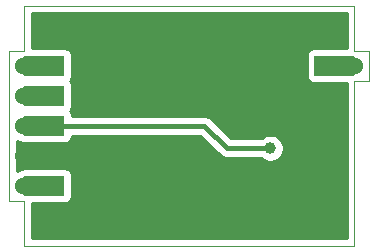
<source format=gbr>
%TF.GenerationSoftware,KiCad,Pcbnew,(5.1.9)-1*%
%TF.CreationDate,2021-05-26T17:20:17+02:00*%
%TF.ProjectId,10_Audio_Facile,31305f41-7564-4696-9f5f-466163696c65,rev?*%
%TF.SameCoordinates,Original*%
%TF.FileFunction,Copper,L2,Bot*%
%TF.FilePolarity,Positive*%
%FSLAX46Y46*%
G04 Gerber Fmt 4.6, Leading zero omitted, Abs format (unit mm)*
G04 Created by KiCad (PCBNEW (5.1.9)-1) date 2021-05-26 17:20:17*
%MOMM*%
%LPD*%
G01*
G04 APERTURE LIST*
%TA.AperFunction,Profile*%
%ADD10C,0.050000*%
%TD*%
%TA.AperFunction,SMDPad,CuDef*%
%ADD11R,2.524000X1.700000*%
%TD*%
%TA.AperFunction,ComponentPad*%
%ADD12C,1.524000*%
%TD*%
%TA.AperFunction,ComponentPad*%
%ADD13R,1.700000X1.700000*%
%TD*%
%TA.AperFunction,ViaPad*%
%ADD14C,1.000000*%
%TD*%
%TA.AperFunction,Conductor*%
%ADD15C,0.400000*%
%TD*%
%TA.AperFunction,Conductor*%
%ADD16C,0.254000*%
%TD*%
%TA.AperFunction,Conductor*%
%ADD17C,0.100000*%
%TD*%
G04 APERTURE END LIST*
D10*
X130810000Y-67310000D02*
X129540000Y-67310000D01*
X130810000Y-64770000D02*
X130810000Y-67310000D01*
X129540000Y-64770000D02*
X130810000Y-64770000D01*
X129540000Y-60960000D02*
X129540000Y-64770000D01*
X129540000Y-67310000D02*
X129540000Y-81280000D01*
X101600000Y-60960000D02*
X129540000Y-60960000D01*
X101600000Y-77470000D02*
X101600000Y-81280000D01*
X100330000Y-77470000D02*
X101600000Y-77470000D01*
X101600000Y-60960000D02*
X101600000Y-64770000D01*
X101600000Y-64770000D02*
X100330000Y-64770000D01*
X129540000Y-81280000D02*
X101600000Y-81280000D01*
X100330000Y-77470000D02*
X100330000Y-64770000D01*
D11*
%TO.P,J1,1*%
%TO.N,5V*%
X102870000Y-68580000D03*
D12*
X101600000Y-68580000D03*
D13*
X104140000Y-68580000D03*
%TD*%
%TO.P,J2,1*%
%TO.N,SD*%
X104140000Y-71120000D03*
D12*
X101600000Y-71120000D03*
D11*
X102870000Y-71120000D03*
%TD*%
D13*
%TO.P,J3,1*%
%TO.N,GND*%
X104140000Y-73660000D03*
D12*
X101600000Y-73660000D03*
D11*
X102870000Y-73660000D03*
%TD*%
%TO.P,J4,1*%
%TO.N,IN*%
X128270000Y-66040000D03*
D12*
X129540000Y-66040000D03*
D13*
X127000000Y-66040000D03*
%TD*%
%TO.P,J5,1*%
%TO.N,OUT_P*%
X104140000Y-66040000D03*
D12*
X101600000Y-66040000D03*
D11*
X102870000Y-66040000D03*
%TD*%
%TO.P,J6,1*%
%TO.N,OUT_N*%
X102870000Y-76200000D03*
D12*
X101600000Y-76200000D03*
D13*
X104140000Y-76200000D03*
%TD*%
D14*
%TO.N,GND*%
X128270000Y-78740000D03*
X110490000Y-73660000D03*
X113030000Y-73660000D03*
X114935000Y-73787000D03*
X107950000Y-74930000D03*
X105410000Y-78740000D03*
X102870000Y-78740000D03*
X110490000Y-78740000D03*
X113030000Y-78740000D03*
X115570000Y-78740000D03*
X118110000Y-78740000D03*
X120650000Y-78740000D03*
X123190000Y-78740000D03*
X125730000Y-78740000D03*
X116840000Y-76200000D03*
X118110000Y-74930000D03*
X120269000Y-74930000D03*
X120650000Y-69850000D03*
X121920000Y-69850000D03*
X121920000Y-71120000D03*
X120650000Y-71120000D03*
X110490000Y-67818000D03*
X112395000Y-67818000D03*
X114935000Y-67945000D03*
X128270000Y-76200000D03*
X128270000Y-73660000D03*
X128270000Y-71120000D03*
X128270000Y-68580000D03*
X128270000Y-63500000D03*
X125730000Y-63500000D03*
X123190000Y-63500000D03*
X120650000Y-63500000D03*
X118110000Y-63500000D03*
X115570000Y-63500000D03*
X113030000Y-63500000D03*
X110490000Y-63500000D03*
X105410000Y-63500000D03*
X102870000Y-63500000D03*
X116840000Y-66040000D03*
X118110000Y-67310000D03*
X120650000Y-67310000D03*
X119380000Y-64770000D03*
X119380000Y-77470000D03*
X125730000Y-76200000D03*
X125603000Y-74041000D03*
X107950000Y-67691000D03*
%TO.N,SD*%
X122428000Y-73025000D03*
%TD*%
D15*
%TO.N,GND*%
X102870000Y-73660000D02*
X104140000Y-73660000D01*
X102870000Y-78740000D02*
X128270000Y-78740000D01*
X128270000Y-78740000D02*
X128270000Y-68580000D01*
X125730000Y-76200000D02*
X125730000Y-78740000D01*
X120650000Y-74930000D02*
X120650000Y-78740000D01*
X116840000Y-76200000D02*
X118110000Y-74930000D01*
X118110000Y-74930000D02*
X120650000Y-74930000D01*
X119380000Y-77470000D02*
X118110000Y-78740000D01*
X115570000Y-73660000D02*
X110490000Y-73660000D01*
X109220000Y-74930000D02*
X110490000Y-73660000D01*
X107950000Y-74930000D02*
X109220000Y-74930000D01*
X116840000Y-73660000D02*
X118110000Y-74930000D01*
X115570000Y-73660000D02*
X116840000Y-73660000D01*
X121920000Y-71120000D02*
X120650000Y-71120000D01*
X120650000Y-69850000D02*
X121920000Y-69850000D01*
X121920000Y-69850000D02*
X121920000Y-71120000D01*
X120650000Y-69850000D02*
X120650000Y-67310000D01*
X120650000Y-67310000D02*
X118110000Y-67310000D01*
X102870000Y-63500000D02*
X128270000Y-63500000D01*
X116840000Y-66040000D02*
X118110000Y-67310000D01*
X119380000Y-64770000D02*
X118110000Y-63500000D01*
X120650000Y-63500000D02*
X120650000Y-67310000D01*
X125603000Y-76073000D02*
X125730000Y-76200000D01*
X125603000Y-74041000D02*
X125603000Y-76073000D01*
X112268000Y-67691000D02*
X112395000Y-67818000D01*
X107950000Y-67691000D02*
X112268000Y-67691000D01*
X112522000Y-67945000D02*
X112395000Y-67818000D01*
X114935000Y-67945000D02*
X112522000Y-67945000D01*
X112395000Y-67818000D02*
X110490000Y-67818000D01*
X117475000Y-67945000D02*
X118110000Y-67310000D01*
X114935000Y-67945000D02*
X117475000Y-67945000D01*
%TO.N,5V*%
X102870000Y-68580000D02*
X104140000Y-68580000D01*
%TO.N,OUT_P*%
X102870000Y-66040000D02*
X104140000Y-66040000D01*
%TO.N,IN*%
X128270000Y-66040000D02*
X127000000Y-66040000D01*
%TO.N,OUT_N*%
X102870000Y-76200000D02*
X104140000Y-76200000D01*
%TO.N,SD*%
X102870000Y-71120000D02*
X104140000Y-71120000D01*
X122428000Y-73025000D02*
X118745000Y-73025000D01*
X118745000Y-73025000D02*
X116840000Y-71120000D01*
X104140000Y-71120000D02*
X116840000Y-71120000D01*
%TD*%
D16*
%TO.N,GND*%
X128880001Y-64551928D02*
X126150000Y-64551928D01*
X126025518Y-64564188D01*
X125905820Y-64600498D01*
X125795506Y-64659463D01*
X125698815Y-64738815D01*
X125619463Y-64835506D01*
X125560498Y-64945820D01*
X125524188Y-65065518D01*
X125511928Y-65190000D01*
X125511928Y-66890000D01*
X125524188Y-67014482D01*
X125560498Y-67134180D01*
X125619463Y-67244494D01*
X125698815Y-67341185D01*
X125795506Y-67420537D01*
X125905820Y-67479502D01*
X126025518Y-67515812D01*
X126150000Y-67528072D01*
X128880000Y-67528072D01*
X128880001Y-80620000D01*
X102260000Y-80620000D01*
X102260000Y-77688072D01*
X104990000Y-77688072D01*
X105114482Y-77675812D01*
X105234180Y-77639502D01*
X105344494Y-77580537D01*
X105441185Y-77501185D01*
X105520537Y-77404494D01*
X105579502Y-77294180D01*
X105615812Y-77174482D01*
X105628072Y-77050000D01*
X105628072Y-75350000D01*
X105615812Y-75225518D01*
X105579502Y-75105820D01*
X105520537Y-74995506D01*
X105441185Y-74898815D01*
X105344494Y-74819463D01*
X105234180Y-74760498D01*
X105114482Y-74724188D01*
X104990000Y-74711928D01*
X101608000Y-74711928D01*
X101483518Y-74724188D01*
X101363820Y-74760498D01*
X101253506Y-74819463D01*
X101213153Y-74852580D01*
X101192510Y-74856686D01*
X100990000Y-74940569D01*
X100990000Y-72379431D01*
X101192510Y-72463314D01*
X101213153Y-72467420D01*
X101253506Y-72500537D01*
X101363820Y-72559502D01*
X101483518Y-72595812D01*
X101608000Y-72608072D01*
X104990000Y-72608072D01*
X105114482Y-72595812D01*
X105234180Y-72559502D01*
X105344494Y-72500537D01*
X105441185Y-72421185D01*
X105520537Y-72324494D01*
X105579502Y-72214180D01*
X105615812Y-72094482D01*
X105628072Y-71970000D01*
X105628072Y-71955000D01*
X116494133Y-71955000D01*
X118125563Y-73586432D01*
X118151709Y-73618291D01*
X118183568Y-73644437D01*
X118183570Y-73644439D01*
X118278854Y-73722636D01*
X118423913Y-73800172D01*
X118581311Y-73847918D01*
X118745000Y-73864040D01*
X118786018Y-73860000D01*
X121657868Y-73860000D01*
X121704480Y-73906612D01*
X121890376Y-74030824D01*
X122096933Y-74116383D01*
X122316212Y-74160000D01*
X122539788Y-74160000D01*
X122759067Y-74116383D01*
X122965624Y-74030824D01*
X123151520Y-73906612D01*
X123309612Y-73748520D01*
X123433824Y-73562624D01*
X123519383Y-73356067D01*
X123563000Y-73136788D01*
X123563000Y-72913212D01*
X123519383Y-72693933D01*
X123433824Y-72487376D01*
X123309612Y-72301480D01*
X123151520Y-72143388D01*
X122965624Y-72019176D01*
X122759067Y-71933617D01*
X122539788Y-71890000D01*
X122316212Y-71890000D01*
X122096933Y-71933617D01*
X121890376Y-72019176D01*
X121704480Y-72143388D01*
X121657868Y-72190000D01*
X119090869Y-72190000D01*
X117459446Y-70558579D01*
X117433291Y-70526709D01*
X117306146Y-70422364D01*
X117161087Y-70344828D01*
X117003689Y-70297082D01*
X116881019Y-70285000D01*
X116881018Y-70285000D01*
X116840000Y-70280960D01*
X116798982Y-70285000D01*
X105628072Y-70285000D01*
X105628072Y-70270000D01*
X105615812Y-70145518D01*
X105579502Y-70025820D01*
X105520537Y-69915506D01*
X105466778Y-69850000D01*
X105520537Y-69784494D01*
X105579502Y-69674180D01*
X105615812Y-69554482D01*
X105628072Y-69430000D01*
X105628072Y-67730000D01*
X105615812Y-67605518D01*
X105579502Y-67485820D01*
X105520537Y-67375506D01*
X105466778Y-67310000D01*
X105520537Y-67244494D01*
X105579502Y-67134180D01*
X105615812Y-67014482D01*
X105628072Y-66890000D01*
X105628072Y-65190000D01*
X105615812Y-65065518D01*
X105579502Y-64945820D01*
X105520537Y-64835506D01*
X105441185Y-64738815D01*
X105344494Y-64659463D01*
X105234180Y-64600498D01*
X105114482Y-64564188D01*
X104990000Y-64551928D01*
X102260000Y-64551928D01*
X102260000Y-61620000D01*
X128880000Y-61620000D01*
X128880001Y-64551928D01*
%TA.AperFunction,Conductor*%
D17*
G36*
X128880001Y-64551928D02*
G01*
X126150000Y-64551928D01*
X126025518Y-64564188D01*
X125905820Y-64600498D01*
X125795506Y-64659463D01*
X125698815Y-64738815D01*
X125619463Y-64835506D01*
X125560498Y-64945820D01*
X125524188Y-65065518D01*
X125511928Y-65190000D01*
X125511928Y-66890000D01*
X125524188Y-67014482D01*
X125560498Y-67134180D01*
X125619463Y-67244494D01*
X125698815Y-67341185D01*
X125795506Y-67420537D01*
X125905820Y-67479502D01*
X126025518Y-67515812D01*
X126150000Y-67528072D01*
X128880000Y-67528072D01*
X128880001Y-80620000D01*
X102260000Y-80620000D01*
X102260000Y-77688072D01*
X104990000Y-77688072D01*
X105114482Y-77675812D01*
X105234180Y-77639502D01*
X105344494Y-77580537D01*
X105441185Y-77501185D01*
X105520537Y-77404494D01*
X105579502Y-77294180D01*
X105615812Y-77174482D01*
X105628072Y-77050000D01*
X105628072Y-75350000D01*
X105615812Y-75225518D01*
X105579502Y-75105820D01*
X105520537Y-74995506D01*
X105441185Y-74898815D01*
X105344494Y-74819463D01*
X105234180Y-74760498D01*
X105114482Y-74724188D01*
X104990000Y-74711928D01*
X101608000Y-74711928D01*
X101483518Y-74724188D01*
X101363820Y-74760498D01*
X101253506Y-74819463D01*
X101213153Y-74852580D01*
X101192510Y-74856686D01*
X100990000Y-74940569D01*
X100990000Y-72379431D01*
X101192510Y-72463314D01*
X101213153Y-72467420D01*
X101253506Y-72500537D01*
X101363820Y-72559502D01*
X101483518Y-72595812D01*
X101608000Y-72608072D01*
X104990000Y-72608072D01*
X105114482Y-72595812D01*
X105234180Y-72559502D01*
X105344494Y-72500537D01*
X105441185Y-72421185D01*
X105520537Y-72324494D01*
X105579502Y-72214180D01*
X105615812Y-72094482D01*
X105628072Y-71970000D01*
X105628072Y-71955000D01*
X116494133Y-71955000D01*
X118125563Y-73586432D01*
X118151709Y-73618291D01*
X118183568Y-73644437D01*
X118183570Y-73644439D01*
X118278854Y-73722636D01*
X118423913Y-73800172D01*
X118581311Y-73847918D01*
X118745000Y-73864040D01*
X118786018Y-73860000D01*
X121657868Y-73860000D01*
X121704480Y-73906612D01*
X121890376Y-74030824D01*
X122096933Y-74116383D01*
X122316212Y-74160000D01*
X122539788Y-74160000D01*
X122759067Y-74116383D01*
X122965624Y-74030824D01*
X123151520Y-73906612D01*
X123309612Y-73748520D01*
X123433824Y-73562624D01*
X123519383Y-73356067D01*
X123563000Y-73136788D01*
X123563000Y-72913212D01*
X123519383Y-72693933D01*
X123433824Y-72487376D01*
X123309612Y-72301480D01*
X123151520Y-72143388D01*
X122965624Y-72019176D01*
X122759067Y-71933617D01*
X122539788Y-71890000D01*
X122316212Y-71890000D01*
X122096933Y-71933617D01*
X121890376Y-72019176D01*
X121704480Y-72143388D01*
X121657868Y-72190000D01*
X119090869Y-72190000D01*
X117459446Y-70558579D01*
X117433291Y-70526709D01*
X117306146Y-70422364D01*
X117161087Y-70344828D01*
X117003689Y-70297082D01*
X116881019Y-70285000D01*
X116881018Y-70285000D01*
X116840000Y-70280960D01*
X116798982Y-70285000D01*
X105628072Y-70285000D01*
X105628072Y-70270000D01*
X105615812Y-70145518D01*
X105579502Y-70025820D01*
X105520537Y-69915506D01*
X105466778Y-69850000D01*
X105520537Y-69784494D01*
X105579502Y-69674180D01*
X105615812Y-69554482D01*
X105628072Y-69430000D01*
X105628072Y-67730000D01*
X105615812Y-67605518D01*
X105579502Y-67485820D01*
X105520537Y-67375506D01*
X105466778Y-67310000D01*
X105520537Y-67244494D01*
X105579502Y-67134180D01*
X105615812Y-67014482D01*
X105628072Y-66890000D01*
X105628072Y-65190000D01*
X105615812Y-65065518D01*
X105579502Y-64945820D01*
X105520537Y-64835506D01*
X105441185Y-64738815D01*
X105344494Y-64659463D01*
X105234180Y-64600498D01*
X105114482Y-64564188D01*
X104990000Y-64551928D01*
X102260000Y-64551928D01*
X102260000Y-61620000D01*
X128880000Y-61620000D01*
X128880001Y-64551928D01*
G37*
%TD.AperFunction*%
%TD*%
M02*

</source>
